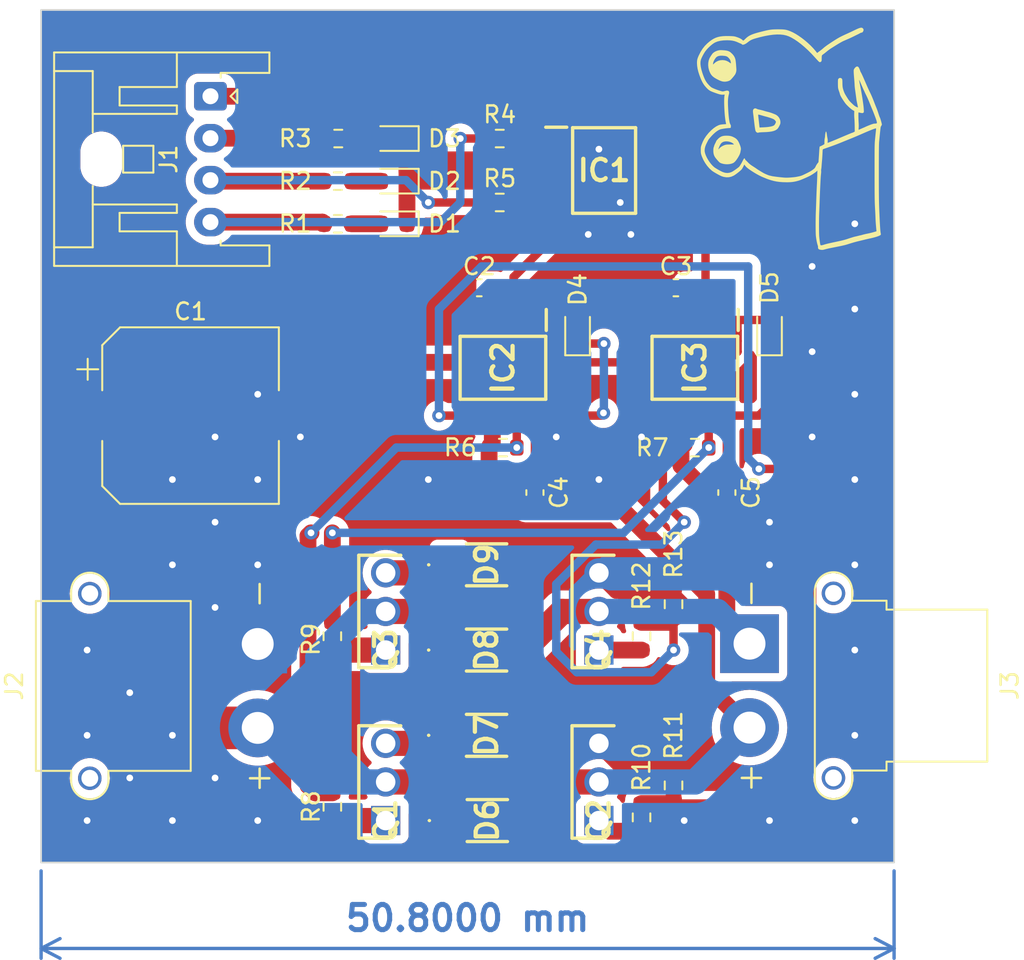
<source format=kicad_pcb>
(kicad_pcb (version 20240108) (generator "pcbnew") (generator_version "8.0")
  (layers (0 "F.Cu" signal) (31 "B.Cu" signal) (34 "B.Paste" user) (35 "F.Paste" user) (36 "B.SilkS" user "B.Silkscreen") (37 "F.SilkS" user "F.Silkscreen") (38 "B.Mask" user) (39 "F.Mask" user) (44 "Edge.Cuts" user))
  (net 0 "")
  (net 1 "GND")
  (net 2 "Net-(D6-A)")
  (net 3 "Net-(D1-A)")
  (net 4 "Net-(D4-K)")
  (net 5 "Net-(D5-K)")
  (net 6 "+12V")
  (net 7 "GND2")
  (net 8 "Net-(D2-A)")
  (net 9 "Net-(D8-A)")
  (net 10 "Net-(D3-A)")
  (net 11 "Net-(IC1-ANODE_1)")
  (net 12 "PWM1")
  (net 13 "Net-(IC1-ANODE_2)")
  (net 14 "Net-(IC3-HO)")
  (net 15 "Net-(IC3-LO)")
  (net 16 "PWM2")
  (net 17 "Net-(IC2-LO)")
  (net 18 "Net-(IC2-HO)")
  (net 19 "Net-(Q1-G)")
  (net 20 "Net-(Q2-G)")
  (net 21 "Net-(Q3-G)")
  (net 22 "Ps1")
  (net 23 "Ps2")
  (net 24 "SDs")
  (net 25 "Net-(Q4-G)")
  (footprint "AltairMD_V6:altair1" (layer "F.Cu") (at 151.13 71.755 90)
    (property "Reference" "G***" (hide yes))
    (property "Value" "LOGO" (hide yes))
  )
  (footprint "TLP2105_F_:SOIC127P600X290-8N" (layer "F.Cu") (at 133.985 87.32 -90)
    (property "Reference" "IC2" (at 0 0 90) (layer "F.SilkS") (effects (font (size 1.27 1.27) (thickness 0.254))))
    (property "Value" "IR2302STRPBF" (hide yes))
    (pad "1" smd rect (at -2.85 -1.905) (size 0.65 1.25) (layers "F.Cu" "F.Paste" "F.Mask") (net 6 "+12V"))
    (pad "2" smd rect (at -2.85 -0.635) (size 0.65 1.25) (layers "F.Cu" "F.Paste" "F.Mask") (net 12 "PWM1"))
    (pad "3" smd rect (at -2.85 0.635) (size 0.65 1.25) (layers "F.Cu" "F.Paste" "F.Mask") (net 6 "+12V"))
    (pad "4" smd rect (at -2.85 1.905) (size 0.65 1.25) (layers "F.Cu" "F.Paste" "F.Mask") (net 7 "GND2"))
    (pad "5" smd rect (at 2.85 1.905) (size 0.65 1.25) (layers "F.Cu" "F.Paste" "F.Mask") (net 17 "Net-(IC2-LO)"))
    (pad "6" smd rect (at 2.85 0.635) (size 0.65 1.25) (layers "F.Cu" "F.Paste" "F.Mask") (net 2 "Net-(D6-A)"))
    (pad "7" smd rect (at 2.85 -0.635) (size 0.65 1.25) (layers "F.Cu" "F.Paste" "F.Mask") (net 18 "Net-(IC2-HO)"))
    (pad "8" smd rect (at 2.85 -1.905) (size 0.65 1.25) (layers "F.Cu" "F.Paste" "F.Mask") (net 4 "Net-(D4-K)"))
  )
  (footprint "Diode_SMD:D_0603_1608Metric" (layer "F.Cu") (at 149.86 85.09 90)
    (property "Reference" "D5" (at 2.54 0 90) (layer "F.SilkS"))
    (property "Value" "D")
    (pad "1" smd roundrect (at -0.7875 0 90) (size 0.875 0.95) (layers "F.Cu" "F.Paste" "F.Mask") (net 5 "Net-(D5-K)"))
    (pad "2" smd roundrect (at 0.7875 0 90) (size 0.875 0.95) (layers "F.Cu" "F.Paste" "F.Mask") (net 6 "+12V"))
  )
  (footprint "LED_SMD:LED_0603_1608Metric" (layer "F.Cu") (at 127.4825 73.66 180)
    (property "Reference" "D3" (at -3.0225 0 0) (layer "F.SilkS"))
    (property "Value" "LED")
    (pad "1" smd roundrect (at -0.7875 0 180) (size 0.875 0.95) (layers "F.Cu" "F.Paste" "F.Mask") (net 1 "GND"))
    (pad "2" smd roundrect (at 0.7875 0 180) (size 0.875 0.95) (layers "F.Cu" "F.Paste" "F.Mask") (net 10 "Net-(D3-A)"))
  )
  (footprint "Connector_JST:JST_XA_S04B-XASK-1_1x04_P2.50mm_Horizontal" (layer "F.Cu") (at 116.565 71.14 -90)
    (property "Reference" "J1" (at 3.75 2.49 90) (layer "F.SilkS"))
    (property "Value" "Conn")
    (pad "" np_thru_hole oval (at 3.75 6.5 270) (size 2.8 2) (drill oval 2.8 2) (layers "*.Cu" "*.Mask"))
    (pad "1" thru_hole roundrect (at 0 0 270) (size 1.7 1.95) (drill 0.95) (layers "*.Cu" "*.Mask") (roundrect_rratio 0.147059) (net 1 "GND"))
    (pad "2" thru_hole oval (at 2.5 0 270) (size 1.7 1.95) (drill 0.95) (layers "*.Cu" "*.Mask") (net 24 "SDs"))
    (pad "3" thru_hole oval (at 5 0 270) (size 1.7 1.95) (drill 0.95) (layers "*.Cu" "*.Mask") (net 23 "Ps2"))
    (pad "4" thru_hole oval (at 7.5 0 270) (size 1.7 1.95) (drill 0.95) (layers "*.Cu" "*.Mask") (net 22 "Ps1"))
  )
  (footprint "Capacitor_SMD:C_0603_1608Metric" (layer "F.Cu") (at 144.285 82.55 180)
    (property "Reference" "C3" (at 0 1.27 0) (layer "F.SilkS"))
    (property "Value" "0.1u")
    (pad "1" smd roundrect (at -0.775 0 180) (size 0.9 0.95) (layers "F.Cu" "F.Paste" "F.Mask") (net 6 "+12V"))
    (pad "2" smd roundrect (at 0.775 0 180) (size 0.9 0.95) (layers "F.Cu" "F.Paste" "F.Mask") (net 7 "GND2"))
  )
  (footprint "Resistor_SMD:R_0603_1608Metric" (layer "F.Cu") (at 133.985 92.075)
    (property "Reference" "R6" (at -2.54 0 0) (layer "F.SilkS"))
    (property "Value" "1k")
    (pad "1" smd roundrect (at -0.825 0) (size 0.8 0.95) (layers "F.Cu" "F.Paste" "F.Mask") (net 2 "Net-(D6-A)"))
    (pad "2" smd roundrect (at 0.825 0) (size 0.8 0.95) (layers "F.Cu" "F.Paste" "F.Mask") (net 18 "Net-(IC2-HO)"))
  )
  (footprint "Resistor_SMD:R_0603_1608Metric" (layer "F.Cu") (at 124.155 78.74)
    (property "Reference" "R1" (at -2.54 0 0) (layer "F.SilkS"))
    (property "Value" "1k")
    (pad "1" smd roundrect (at -0.825 0) (size 0.8 0.95) (layers "F.Cu" "F.Paste" "F.Mask") (net 22 "Ps1"))
    (pad "2" smd roundrect (at 0.825 0) (size 0.8 0.95) (layers "F.Cu" "F.Paste" "F.Mask") (net 3 "Net-(D1-A)"))
  )
  (footprint "SamacSys_Parts:TO230P250X650X900-3P" (layer "F.Cu") (at 127 104.14 90)
    (property "Reference" "Q3" (at 0 0 90) (layer "F.SilkS") (effects (font (size 1.27 1.27) (thickness 0.254))))
    (property "Value" "2SK4017" (hide yes))
    (pad "1" thru_hole rect (at 0 0 90) (size 1.74 1.74) (drill 1.16) (layers "*.Cu" "*.Mask") (net 21 "Net-(Q3-G)"))
    (pad "2" thru_hole circle (at 2.3 0 90) (size 1.74 1.74) (drill 1.16) (layers "*.Cu" "*.Mask") (net 6 "+12V"))
    (pad "3" thru_hole circle (at 4.6 0 90) (size 1.74 1.74) (drill 1.16) (layers "*.Cu" "*.Mask") (net 9 "Net-(D8-A)"))
  )
  (footprint "Resistor_SMD:R_0603_1608Metric" (layer "F.Cu") (at 133.795 73.66)
    (property "Reference" "R4" (at 0 -1.43 0) (layer "F.SilkS"))
    (property "Value" "100")
    (pad "1" smd roundrect (at -0.825 0) (size 0.8 0.95) (layers "F.Cu" "F.Paste" "F.Mask") (net 22 "Ps1"))
    (pad "2" smd roundrect (at 0.825 0) (size 0.8 0.95) (layers "F.Cu" "F.Paste" "F.Mask") (net 11 "Net-(IC1-ANODE_1)"))
  )
  (footprint "TLP2105_F_:SOIC127P600X290-8N" (layer "F.Cu") (at 145.415 87.32 -90)
    (property "Reference" "IC3" (at 0 0 90) (layer "F.SilkS") (effects (font (size 1.27 1.27) (thickness 0.254))))
    (property "Value" "IR2302STRPBF" (hide yes))
    (pad "1" smd rect (at -2.85 -1.905) (size 0.65 1.25) (layers "F.Cu" "F.Paste" "F.Mask") (net 6 "+12V"))
    (pad "2" smd rect (at -2.85 -0.635) (size 0.65 1.25) (layers "F.Cu" "F.Paste" "F.Mask") (net 16 "PWM2"))
    (pad "3" smd rect (at -2.85 0.635) (size 0.65 1.25) (layers "F.Cu" "F.Paste" "F.Mask") (net 6 "+12V"))
    (pad "4" smd rect (at -2.85 1.905) (size 0.65 1.25) (layers "F.Cu" "F.Paste" "F.Mask") (net 7 "GND2"))
    (pad "5" smd rect (at 2.85 1.905) (size 0.65 1.25) (layers "F.Cu" "F.Paste" "F.Mask") (net 15 "Net-(IC3-LO)"))
    (pad "6" smd rect (at 2.85 0.635) (size 0.65 1.25) (layers "F.Cu" "F.Paste" "F.Mask") (net 9 "Net-(D8-A)"))
    (pad "7" smd rect (at 2.85 -0.635) (size 0.65 1.25) (layers "F.Cu" "F.Paste" "F.Mask") (net 14 "Net-(IC3-HO)"))
    (pad "8" smd rect (at 2.85 -1.905) (size 0.65 1.25) (layers "F.Cu" "F.Paste" "F.Mask") (net 5 "Net-(D5-K)"))
  )
  (footprint "Resistor_SMD:R_0603_1608Metric" (layer "F.Cu") (at 133.795 77.47)
    (property "Reference" "R5" (at 0 -1.43 0) (layer "F.SilkS"))
    (property "Value" "100")
    (pad "1" smd roundrect (at -0.825 0) (size 0.8 0.95) (layers "F.Cu" "F.Paste" "F.Mask") (net 23 "Ps2"))
    (pad "2" smd roundrect (at 0.825 0) (size 0.8 0.95) (layers "F.Cu" "F.Paste" "F.Mask") (net 13 "Net-(IC1-ANODE_2)"))
  )
  (footprint "SamacSys_Parts:TO230P250X650X900-3P" (layer "F.Cu") (at 139.7 104.14 90)
    (property "Reference" "Q4" (at 0 0 90) (layer "F.SilkS") (effects (font (size 1.27 1.27) (thickness 0.254))))
    (property "Value" "2SK4017" (hide yes))
    (pad "1" thru_hole rect (at 0 0 90) (size 1.74 1.74) (drill 1.16) (layers "*.Cu" "*.Mask") (net 25 "Net-(Q4-G)"))
    (pad "2" thru_hole circle (at 2.3 0 90) (size 1.74 1.74) (drill 1.16) (layers "*.Cu" "*.Mask") (net 9 "Net-(D8-A)"))
    (pad "3" thru_hole circle (at 4.6 0 90) (size 1.74 1.74) (drill 1.16) (layers "*.Cu" "*.Mask") (net 7 "GND2"))
  )
  (footprint "Capacitor_SMD:C_0603_1608Metric" (layer "F.Cu") (at 147.32 94.755 -90)
    (property "Reference" "C5" (at 0 -1.43 90) (layer "F.SilkS"))
    (property "Value" "10u")
    (pad "1" smd roundrect (at -0.775 0 270) (size 0.9 0.95) (layers "F.Cu" "F.Paste" "F.Mask") (net 5 "Net-(D5-K)"))
    (pad "2" smd roundrect (at 0.775 0 270) (size 0.9 0.95) (layers "F.Cu" "F.Paste" "F.Mask") (net 9 "Net-(D8-A)"))
  )
  (footprint "LED_SMD:LED_0603_1608Metric" (layer "F.Cu") (at 127.4825 76.2 180)
    (property "Reference" "D2" (at -3.0225 0 0) (layer "F.SilkS"))
    (property "Value" "LED")
    (pad "1" smd roundrect (at -0.7875 0 180) (size 0.875 0.95) (layers "F.Cu" "F.Paste" "F.Mask") (net 1 "GND"))
    (pad "2" smd roundrect (at 0.7875 0 180) (size 0.875 0.95) (layers "F.Cu" "F.Paste" "F.Mask") (net 8 "Net-(D2-A)"))
  )
  (footprint "KiCad:RF201LAM2STR" (layer "F.Cu") (at 133.012374 99.06 90)
    (property "Reference" "D9" (at 0 0 90) (layer "F.SilkS") (effects (font (size 1.27 1.27) (thickness 0.254))))
    (property "Value" "RF201LAM2STR" (hide yes))
    (pad "1" smd rect (at 0 -2.2 180) (size 1.4 2) (layers "F.Cu" "F.Paste" "F.Mask") (net 9 "Net-(D8-A)"))
    (pad "2" smd rect (at 0 2.2 180) (size 1.4 2) (layers "F.Cu" "F.Paste" "F.Mask") (net 7 "GND2"))
  )
  (footprint "Resistor_SMD:R_0603_1608Metric" (layer "F.Cu") (at 124.155 76.2)
    (property "Reference" "R2" (at -2.54 0 0) (layer "F.SilkS"))
    (property "Value" "1k")
    (pad "1" smd roundrect (at -0.825 0) (size 0.8 0.95) (layers "F.Cu" "F.Paste" "F.Mask") (net 23 "Ps2"))
    (pad "2" smd roundrect (at 0.825 0) (size 0.8 0.95) (layers "F.Cu" "F.Paste" "F.Mask") (net 8 "Net-(D2-A)"))
  )
  (footprint "Connector_AMASS:AMASS_XT30PW-F_1x02_P2.50mm_Horizontal" (layer "F.Cu") (at 148.67 103.76 -90)
    (property "Reference" "J3" (at 2.5 -15.5 90) (layer "F.SilkS"))
    (property "Value" "motor")
    (fp_text user "+" (at 8 0 90) (layer "F.SilkS") (effects (font (size 1.5 1.5))))
    (fp_text user "-" (at -3 0 90) (layer "F.SilkS") (effects (font (size 1.5 1.5))))
    (pad "" thru_hole circle (at -3 -5) (size 1.4 1.4) (drill 1) (layers "*.Cu" "*.Mask"))
    (pad "" thru_hole circle (at 8 -5 270) (size 1.4 1.4) (drill 1) (layers "*.Cu" "*.Mask"))
    (pad "1" thru_hole rect (at 0 0 270) (size 3.5 3.5) (drill 1.9) (layers "*.Cu" "*.Mask") (net 9 "Net-(D8-A)"))
    (pad "2" thru_hole circle (at 5 0 270) (size 3.5 3.5) (drill 1.9) (layers "*.Cu" "*.Mask") (net 2 "Net-(D6-A)"))
  )
  (footprint "Resistor_SMD:R_0603_1608Metric" (layer "F.Cu") (at 144.145 112.205 -90)
    (property "Reference" "R11" (at -2.985 0 90) (layer "F.SilkS"))
    (property "Value" "1k")
    (pad "1" smd roundrect (at -0.825 0 270) (size 0.8 0.95) (layers "F.Cu" "F.Paste" "F.Mask") (net 7 "GND2"))
    (pad "2" smd roundrect (at 0.825 0 270) (size 0.8 0.95) (layers "F.Cu" "F.Paste" "F.Mask") (net 17 "Net-(IC2-LO)"))
  )
  (footprint "KiCad:RF201LAM2STR" (layer "F.Cu") (at 133.01 109.22 90)
    (property "Reference" "D7" (at 0 0 90) (layer "F.SilkS") (effects (font (size 1.27 1.27) (thickness 0.254))))
    (property "Value" "RF201LAM2STR" (hide yes))
    (pad "1" smd rect (at 0 -2.2 180) (size 1.4 2) (layers "F.Cu" "F.Paste" "F.Mask") (net 2 "Net-(D6-A)"))
    (pad "2" smd rect (at 0 2.2 180) (size 1.4 2) (layers "F.Cu" "F.Paste" "F.Mask") (net 7 "GND2"))
  )
  (footprint "Resistor_SMD:R_0603_1608Metric" (layer "F.Cu") (at 124.177618 73.66)
    (property "Reference" "R3" (at -2.562618 0 0) (layer "F.SilkS"))
    (property "Value" "1k")
    (pad "1" smd roundrect (at -0.825 0) (size 0.8 0.95) (layers "F.Cu" "F.Paste" "F.Mask") (net 24 "SDs"))
    (pad "2" smd roundrect (at 0.825 0) (size 0.8 0.95) (layers "F.Cu" "F.Paste" "F.Mask") (net 10 "Net-(D3-A)"))
  )
  (footprint "Resistor_SMD:R_0603_1608Metric" (layer "F.Cu") (at 145.415 92.075)
    (property "Reference" "R7" (at -2.54 0 0) (layer "F.SilkS"))
    (property "Value" "1k")
    (pad "1" smd roundrect (at -0.825 0) (size 0.8 0.95) (layers "F.Cu" "F.Paste" "F.Mask") (net 9 "Net-(D8-A)"))
    (pad "2" smd roundrect (at 0.825 0) (size 0.8 0.95) (layers "F.Cu" "F.Paste" "F.Mask") (net 14 "Net-(IC3-HO)"))
  )
  (footprint "Resistor_SMD:R_0603_1608Metric" (layer "F.Cu") (at 142.24 114.11 -90)
    (property "Reference" "R10" (at -2.985 0 90) (layer "F.SilkS"))
    (property "Value" "10")
    (pad "1" smd roundrect (at -0.825 0 270) (size 0.8 0.95) (layers "F.Cu" "F.Paste" "F.Mask") (net 17 "Net-(IC2-LO)"))
    (pad "2" smd roundrect (at 0.825 0 270) (size 0.8 0.95) (layers "F.Cu" "F.Paste" "F.Mask") (net 20 "Net-(Q2-G)"))
  )
  (footprint "Capacitor_SMD:C_0603_1608Metric" (layer "F.Cu") (at 132.575 82.55 180)
    (property "Reference" "C2" (at 0 1.27 0) (layer "F.SilkS"))
    (property "Value" "0.1u")
    (pad "1" smd roundrect (at -0.775 0 180) (size 0.9 0.95) (layers "F.Cu" "F.Paste" "F.Mask") (net 6 "+12V"))
    (pad "2" smd roundrect (at 0.775 0 180) (size 0.9 0.95) (layers "F.Cu" "F.Paste" "F.Mask") (net 7 "GND2"))
  )
  (footprint "Capacitor_SMD:C_0603_1608Metric" (layer "F.Cu") (at 135.89 94.755 -90)
    (property "Reference" "C4" (at 0 -1.43 90) (layer "F.SilkS"))
    (property "Value" "10u")
    (pad "1" smd roundrect (at -0.775 0 270) (size 0.9 0.95) (layers "F.Cu" "F.Paste" "F.Mask") (net 4 "Net-(D4-K)"))
    (pad "2" smd roundrect (at 0.775 0 270) (size 0.9 0.95) (layers "F.Cu" "F.Paste" "F.Mask") (net 2 "Net-(D6-A)"))
  )
  (footprint "TLP2105_F_:SOIC127P600X290-8N" (layer "F.Cu") (at 140.01 75.565)
    (property "Reference" "IC1" (at 0 0 0) (layer "F.SilkS") (effects (font (size 1.27 1.27) (thickness 0.254))))
    (property "Value" "TLP2105_F_" (hide yes))
    (pad "1" smd rect (at -2.85 -1.905 90) (size 0.65 1.25) (layers "F.Cu" "F.Paste" "F.Mask") (net 11 "Net-(IC1-ANODE_1)"))
    (pad "2" smd rect (at -2.85 -0.635 90) (size 0.65 1.25) (layers "F.Cu" "F.Paste" "F.Mask") (net 1 "GND"))
    (pad "3" smd rect (at -2.85 0.635 90) (size 0.65 1.25) (layers "F.Cu" "F.Paste" "F.Mask") (net 1 "GND"))
    (pad "4" smd rect (at -2.85 1.905 90) (size 0.65 1.25) (layers "F.Cu" "F.Paste" "F.Mask") (net 13 "Net-(IC1-ANODE_2)"))
    (pad "5" smd rect (at 2.85 1.905 90) (size 0.65 1.25) (layers "F.Cu" "F.Paste" "F.Mask") (net 7 "GND2"))
    (pad "6" smd rect (at 2.85 0.635 90) (size 0.65 1.25) (layers "F.Cu" "F.Paste" "F.Mask") (net 16 "PWM2"))
    (pad "7" smd rect (at 2.85 -0.635 90) (size 0.65 1.25) (layers "F.Cu" "F.Paste" "F.Mask") (net 12 "PWM1"))
    (pad "8" smd rect (at 2.85 -1.905 90) (size 0.65 1.25) (layers "F.Cu" "F.Paste" "F.Mask") (net 6 "+12V"))
  )
  (footprint "Capacitor_SMD:CP_Elec_10x10" (layer "F.Cu") (at 115.38 90.17)
    (property "Reference" "C1" (at 0 -6.2 0) (layer "F.SilkS"))
    (property "Value" "330uF")
    (pad "1" smd roundrect (at -4 0) (size 4 2.5) (layers "F.Cu" "F.Paste" "F.Mask") (roundrect_rratio 0.1) (net 6 "+12V"))
    (pad "2" smd roundrect (at 4 0) (size 4 2.5) (layers "F.Cu" "F.Paste" "F.Mask") (roundrect_rratio 0.1) (net 7 "GND2"))
  )
  (footprint "KiCad:RF201LAM2STR" (layer "F.Cu") (at 133.055 114.3 90)
    (property "Reference" "D6" (at 0 0 90) (layer "F.SilkS") (effects (font (size 1.27 1.27) (thickness 0.254))))
    (property "Value" "RF201LAM2STR" (hide yes))
    (pad "1" smd rect (at 0 -2.2 180) (size 1.4 2) (layers "F.Cu" "F.Paste" "F.Mask") (net 6 "+12V"))
    (pad "2" smd rect (at 0 2.2 180) (size 1.4 2) (layers "F.Cu" "F.Paste" "F.Mask") (net 2 "Net-(D6-A)"))
  )
  (footprint "LED_SMD:LED_0603_1608Metric" (layer "F.Cu") (at 127.4825 78.74 180)
    (property "Reference" "D1" (at -3.0225 0 0) (layer "F.SilkS"))
    (property "Value" "LED")
    (pad "1" smd roundrect (at -0.7875 0 180) (size 0.875 0.95) (layers "F.Cu" "F.Paste" "F.Mask") (net 1 "GND"))
    (pad "2" smd roundrect (at 0.7875 0 180) (size 0.875 0.95) (layers "F.Cu" "F.Paste" "F.Mask") (net 3 "Net-(D1-A)"))
  )
  (footprint "SamacSys_Parts:TO230P250X650X900-3P" (layer "F.Cu") (at 139.7 114.3 90)
    (property "Reference" "Q2" (at 0 0 90) (layer "F.SilkS") (effects (font (size 1.27 1.27) (thickness 0.254))))
    (property "Value" "2SK4017" (hide yes))
    (pad "1" thru_hole rect (at 0 0 90) (size 1.74 1.74) (drill 1.16) (layers "*.Cu" "*.Mask") (net 20 "Net-(Q2-G)"))
    (pad "2" thru_hole circle (at 2.3 0 90) (size 1.74 1.74) (drill 1.16) (layers "*.Cu" "*.Mask") (net 2 "Net-(D6-A)"))
    (pad "3" thru_hole circle (at 4.6 0 90) (size 1.74 1.74) (drill 1.16) (layers "*.Cu" "*.Mask") (net 7 "GND2"))
  )
  (footprint "SamacSys_Parts:TO230P250X650X900-3P" (layer "F.Cu") (at 127 114.3 90)
    (property "Reference" "Q1" (at 0 0 90) (layer "F.SilkS") (effects (font (size 1.27 1.27) (thickness 0.254))))
    (property "Value" "2SK4017" (hide yes))
    (pad "1" thru_hole rect (at 0 0 90) (size 1.74 1.74) (drill 1.16) (layers "*.Cu" "*.Mask") (net 19 "Net-(Q1-G)"))
    (pad "2" thru_hole circle (at 2.3 0 90) (size 1.74 1.74) (drill 1.16) (layers "*.Cu" "*.Mask") (net 6 "+12V"))
    (pad "3" thru_hole circle (at 4.6 0 90) (size 1.74 1.74) (drill 1.16) (layers "*.Cu" "*.Mask") (net 2 "Net-(D6-A)"))
  )
  (footprint "Resistor_SMD:R_0603_1608Metric" (layer "F.Cu") (at 123.825 113.475 -90)
    (property "Reference" "R8" (at 0 1.27 90) (layer "F.SilkS"))
    (property "Value" "10")
    (pad "1" smd roundrect (at -0.825 0 270) (size 0.8 0.95) (layers "F.Cu" "F.Paste" "F.Mask") (net 18 "Net-(IC2-HO)"))
    (pad "2" smd roundrect (at 0.825 0 270) (size 0.8 0.95) (layers "F.Cu" "F.Paste" "F.Mask") (net 19 "Net-(Q1-G)"))
  )
  (footprint "Connector_AMASS:AMASS_XT30PW-M_1x02_P2.50mm_Horizontal" (layer "F.Cu") (at 119.38 103.778988 90)
    (property "Reference" "J2" (at -2.5 -14.5 90) (layer "F.SilkS"))
    (property "Value" "power")
    (fp_text user "+" (at -8 0 90) (layer "F.SilkS") (effects (font (size 1.5 1.5))))
    (fp_text user "-" (at 3 0 90) (layer "F.SilkS") (effects (font (size 1.5 1.5))))
    (pad "" thru_hole circle (at -8 -10 90) (size 1.4 1.4) (drill 1) (layers "*.Cu" "*.Mask"))
    (pad "" thru_hole circle (at 3 -10 90) (size 1.4 1.4) (drill 1) (layers "*.Cu" "*.Mask"))
    (pad "1" thru_hole rect (at 0 0 90) (size 3.5 3.5) (drill 1.9) (layers "*.Cu" "*.Mask") (net 7 "GND2"))
    (pad "2" thru_hole circle (at -5 0 90) (size 3.5 3.5) (drill 1.9) (layers "*.Cu" "*.Mask") (net 6 "+12V"))
  )
  (footprint "Resistor_SMD:R_0603_1608Metric" (layer "F.Cu") (at 123.825 103.315 -90)
    (property "Reference" "R9" (at 0.19 1.27 90) (layer "F.SilkS"))
    (property "Value" "10")
    (pad "1" smd roundrect (at -0.825 0 270) (size 0.8 0.95) (layers "F.Cu" "F.Paste" "F.Mask") (net 14 "Net-(IC3-HO)"))
    (pad "2" smd roundrect (at 0.825 0 270) (size 0.8 0.95) (layers "F.Cu" "F.Paste" "F.Mask") (net 21 "Net-(Q3-G)"))
  )
  (footprint "Resistor_SMD:R_0603_1608Metric" (layer "F.Cu") (at 144.145 101.41 -90)
    (property "Reference" "R13" (at -2.985 0 90) (layer "F.SilkS"))
    (property "Value" "1k")
    (pad "1" smd roundrect (at -0.825 0 270) (size 0.8 0.95) (layers "F.Cu" "F.Paste" "F.Mask") (net 7 "GND2"))
    (pad "2" smd roundrect (at 0.825 0 270) (size 0.8 0.95) (layers "F.Cu" "F.Paste" "F.Mask") (net 15 "Net-(IC3-LO)"))
  )
  (footprint "Resistor_SMD:R_0603_1608Metric" (layer "F.Cu") (at 142.24 103.315 -90)
    (property "Reference" "R12" (at -2.985 0 90) (layer "F.SilkS"))
    (property "Value" "10")
    (pad "1" smd roundrect (at -0.825 0 270) (size 0.8 0.95) (layers "F.Cu" "F.Paste" "F.Mask") (net 15 "Net-(IC3-LO)"))
    (pad "2" smd roundrect (at 0.825 0 270) (size 0.8 0.95) (layers "F.Cu" "F.Paste" "F.Mask") (net 25 "Net-(Q4-G)"))
  )
  (footprint "KiCad:RF201LAM2STR" (layer "F.Cu") (at 133.01 104.14 90)
    (property "Reference" "D8" (at 0 0 90) (layer "F.SilkS") (effects (font (size 1.27 1.27) (thickness 0.254))))
    (property "Value" "RF201LAM2STR" (hide yes))
    (pad "1" smd rect (at 0 -2.2 180) (size 1.4 2) (layers "F.Cu" "F.Paste" "F.Mask") (net 6 "+12V"))
    (pad "2" smd rect (at 0 2.2 180) (size 1.4 2) (layers "F.Cu" "F.Paste" "F.Mask") (net 9 "Net-(D8-A)"))
  )
  (footprint "Diode_SMD:D_0603_1608Metric" (layer "F.Cu") (at 138.43 85.09 90)
    (property "Reference" "D4" (at 2.433062 0.013488 90) (layer "F.SilkS"))
    (property "Value" "D")
    (pad "1" smd roundrect (at -0.7875 0 90) (size 0.875 0.95) (layers "F.Cu" "F.Paste" "F.Mask") (net 4 "Net-(D4-K)"))
    (pad "2" smd roundrect (at 0.7875 0 90) (size 0.875 0.95) (layers "F.Cu" "F.Paste" "F.Mask") (net 6 "+12V"))
  )
  (gr_rect (start 106.48 66) (end 157.28 116.8) (stroke (width 0.1)) (fill none) (layer "Edge.Cuts"))
  (dimension (type aligned) (layer "B.Cu") (pts (xy 106.48 116.8) (xy 157.28 116.8)) (height 5.12) (gr_text "50.8000 mm" (at 131.88 120.12 0) (layer "B.Cu") (effects (font (size 1.5 1.5) (thickness 0.3)))) (format (prefix "") (suffix "") (units 3) (units_format 1) (precision 4)) (style (thickness 0.2) (arrow_length 1.27) (text_position_mode 0) (extension_height 0.58642) (extension_offset 0.5) keep_text_aligned))
  (segment (start 128.27 76.2) (end 137.16 76.2) (width 1) (layer "F.Cu") (net 1))
  (segment (start 128.27 75.565) (end 137.16 75.565) (width 1) (layer "F.Cu") (net 1))
  (segment (start 116.565 71.14) (end 126.224999 71.14) (width 1) (layer "F.Cu") (net 1))
  (segment (start 128.27 75.565) (end 128.27 74.93) (width 1) (layer "F.Cu") (net 1))
  (segment (start 128.27 74.93) (end 128.27 73.66) (width 1) (layer "F.Cu") (net 1))
  (segment (start 126.224999 71.14) (end 128.27 73.185001) (width 1) (layer "F.Cu") (net 1))
  (segment (start 128.27 78.74) (end 128.27 75.565) (width 1) (layer "F.Cu") (net 1))
  (segment (start 137.16 74.93) (end 128.27 74.93) (width 1) (layer "F.Cu") (net 1))
  (segment (start 137.16 76.2) (end 137.16 75.565) (width 1) (layer "F.Cu") (net 1))
  (segment (start 128.27 73.185001) (end 128.27 73.66) (width 1) (layer "F.Cu") (net 1))
  (segment (start 137.16 75.565) (end 137.16 74.93) (width 1) (layer "F.Cu") (net 1))
  (segment (start 146.12 106.21) (end 148.67 108.76) (width 1) (layer "F.Cu") (net 2))
  (segment (start 135.255 114.3) (end 137.555 112) (width 1.5) (layer "F.Cu") (net 2))
  (segment (start 133.16 92.075) (end 133.16 93.275) (width 1) (layer "F.Cu") (net 2))
  (segment (start 130.81 109.855) (end 135.255 114.3) (width 1.5) (layer "F.Cu") (net 2))
  (segment (start 133.16 93.275) (end 135.415 95.53) (width 1) (layer "F.Cu") (net 2))
  (segment (start 130.81 109.22) (end 130.81 109.855) (width 1.5) (layer "F.Cu") (net 2))
  (segment (start 130.33 109.7) (end 130.81 109.22) (width 1.5) (layer "F.Cu") (net 2))
  (segment (start 135.415 95.53) (end 135.89 95.53) (width 1) (layer "F.Cu") (net 2))
  (segment (start 127 109.7) (end 130.33 109.7) (width 1.5) (layer "F.Cu") (net 2))
  (segment (start 137.555 112) (end 139.7 112) (width 1.5) (layer "F.Cu") (net 2))
  (segment (start 146.12 100.806666) (end 146.12 106.21) (width 1) (layer "F.Cu") (net 2))
  (segment (start 135.89 95.53) (end 140.843334 95.53) (width 1) (layer "F.Cu") (net 2))
  (segment (start 133.35 90.17) (end 133.35 91.885) (width 1) (layer "F.Cu") (net 2))
  (segment (start 133.35 91.885) (end 133.16 92.075) (width 1) (layer "F.Cu") (net 2))
  (segment (start 140.843334 95.53) (end 146.12 100.806666) (width 1) (layer "F.Cu") (net 2))
  (segment (start 139.7 112) (end 145.43 112) (width 1.5) (layer "B.Cu") (net 2))
  (segment (start 145.43 112) (end 148.67 108.76) (width 1.5) (layer "B.Cu") (net 2))
  (segment (start 124.98 78.74) (end 126.695 78.74) (width 1) (layer "F.Cu") (net 3))
  (segment (start 139.99593 85.8775) (end 139.997295 85.878865) (width 0.5) (layer "F.Cu") (net 4))
  (segment (start 135.89 90.17) (end 139.810433 90.17) (width 0.5) (layer "F.Cu") (net 4))
  (segment (start 138.43 85.8775) (end 139.99593 85.8775) (width 0.5) (layer "F.Cu") (net 4))
  (segment (start 139.810433 90.17) (end 139.970818 90.009615) (width 0.5) (layer "F.Cu") (net 4))
  (segment (start 135.89 93.98) (end 135.89 90.17) (width 0.5) (layer "F.Cu") (net 4))
  (via (at 139.997295 85.878865) (size 0.8) (drill 0.4) (layers "F.Cu" "B.Cu") (net 4))
  (via (at 139.970818 90.009615) (size 0.8) (drill 0.4) (layers "F.Cu" "B.Cu") (net 4))
  (segment (start 139.997295 89.983138) (end 139.970818 90.009615) (width 0.5) (layer "B.Cu") (net 4))
  (segment (start 139.997295 85.878865) (end 139.997295 89.983138) (width 0.5) (layer "B.Cu") (net 4))
  (segment (start 149.86 85.8775) (end 149.86 89.535) (width 0.5) (layer "F.Cu") (net 5))
  (segment (start 149.225 90.17) (end 147.32 90.17) (width 0.5) (layer "F.Cu") (net 5))
  (segment (start 147.32 90.17) (end 147.32 93.98) (width 0.5) (layer "F.Cu") (net 5))
  (segment (start 149.86 89.535) (end 149.225 90.17) (width 0.5) (layer "F.Cu") (net 5))
  (segment (start 145.06 84.19) (end 144.78 84.47) (width 0.5) (layer "F.Cu") (net 6))
  (segment (start 147.32 85.725) (end 147.32 85.09) (width 0.5) (layer "F.Cu") (net 6))
  (segment (start 146.685 86.995) (end 147.32 86.995) (width 0.5) (layer "F.Cu") (net 6))
  (segment (start 114.555 86.995) (end 133.985 86.995) (width 1) (layer "F.Cu") (net 6))
  (segment (start 127 101.84) (end 128.51 101.84) (width 1.5) (layer "F.Cu") (net 6))
  (segment (start 147.32 85.09) (end 147.955 85.725) (width 0.5) (layer "F.Cu") (net 6))
  (segment (start 133.35 84.47) (end 133.35 86.36) (width 0.5) (layer "F.Cu") (net 6))
  (segment (start 133.35 86.36) (end 133.985 86.995) (width 0.5) (layer "F.Cu") (net 6))
  (segment (start 111.38 90.17) (end 114.555 86.995) (width 1) (layer "F.Cu") (net 6))
  (segment (start 147.32 86.995) (end 147.32 86.36) (width 0.5) (layer "F.Cu") (net 6))
  (segment (start 138.2625 84.47) (end 138.43 84.3025) (width 0.5) (layer "F.Cu") (net 6))
  (segment (start 149.86 79.535) (end 149.86 84.3025) (width 0.5) (layer "F.Cu") (net 6))
  (segment (start 133.985 86.995) (end 135.89 86.995) (width 0.5) (layer "F.Cu") (net 6))
  (segment (start 147.32 86.36) (end 147.32 85.725) (width 0.5) (layer "F.Cu") (net 6))
  (segment (start 119.38 108.778988) (end 116.905127 108.778988) (width 2.54) (layer "F.Cu") (net 6))
  (segment (start 145.06 82.55) (end 145.06 84.19) (width 0.5) (layer "F.Cu") (net 6))
  (segment (start 128.51 112) (end 130.81 114.3) (width 1.5) (layer "F.Cu") (net 6))
  (segment (start 142.86 73.66) (end 143.985 73.66) (width 0.5) (layer "F.Cu") (net 6))
  (segment (start 111.76 90.55) (end 111.38 90.17) (width 2.54) (layer "F.Cu") (net 6))
  (segment (start 147.32 85.09) (end 147.32 84.47) (width 0.5) (layer "F.Cu") (net 6))
  (segment (start 147.955 85.105) (end 147.32 84.47) (width 0.5) (layer "F.Cu") (net 6))
  (segment (start 133.35 82.55) (end 133.35 84.47) (width 0.5) (layer "F.Cu") (net 6))
  (segment (start 135.89 84.47) (end 138.2625 84.47) (width 0.5) (layer "F.Cu") (net 6))
  (segment (start 149.6925 84.47) (end 149.86 84.3025) (width 0.5) (layer "F.Cu") (net 6))
  (segment (start 147.955 86.36) (end 147.955 85.725) (width 0.5) (layer "F.Cu") (net 6))
  (segment (start 147.955 86.36) (end 147.955 85.105) (width 0.5) (layer "F.Cu") (net 6))
  (segment (start 135.89 86.995) (end 144.78 86.995) (width 0.5) (layer "F.Cu") (net 6))
  (segment (start 128.51 101.84) (end 130.81 104.14) (width 1.5) (layer "F.Cu") (net 6))
  (segment (start 144.78 86.995) (end 146.685 86.995) (width 0.5) (layer "F.Cu") (net 6))
  (segment (start 147.32 84.47) (end 147.955 84.47) (width 0.5) (layer "F.Cu") (net 6))
  (segment (start 147.955 85.725) (end 147.955 84.47) (width 0.5) (layer "F.Cu") (net 6))
  (segment (start 147.32 85.725) (end 147.955 86.36) (width 0.5) (layer "F.Cu") (net 6))
  (segment (start 147.955 84.47) (end 149.6925 84.47) (width 0.5) (layer "F.Cu") (net 6))
  (segment (start 144.78 84.47) (end 144.78 86.995) (width 0.5) (layer "F.Cu") (net 6))
  (segment (start 111.76 103.633861) (end 111.76 90.55) (width 2.54) (layer "F.Cu") (net 6))
  (segment (start 147.32 86.995) (end 147.955 86.36) (width 0.5) (layer "F.Cu") (net 6))
  (segment (start 146.685 86.995) (end 147.32 86.36) (width 0.5) (layer "F.Cu") (net 6))
  (segment (start 116.905127 108.778988) (end 111.76 103.633861) (width 2.54) (layer "F.Cu") (net 6))
  (segment (start 147.955 86.36) (end 147.32 86.36) (width 0.5) (layer "F.Cu") (net 6))
  (segment (start 135.89 84.47) (end 135.89 86.995) (width 0.5) (layer "F.Cu") (net 6))
  (segment (start 127 112) (end 128.51 112) (width 1.5) (layer "F.Cu") (net 6))
  (segment (start 143.985 73.66) (end 149.86 79.535) (width 0.5) (layer "F.Cu") (net 6))
  (segment (start 121.064494 110.463482) (end 121.505506 110.904494) (width 1.5) (layer "B.Cu") (net 6))
  (segment (start 122.08 111.478988) (end 122.601012 112) (width 1.5) (layer "B.Cu") (net 6))
  (segment (start 125.73 112) (end 127 112) (width 1.5) (layer "B.Cu") (net 6))
  (segment (start 123.19 112) (end 124.46 112) (width 1.5) (layer "B.Cu") (net 6))
  (segment (start 119.38 108.778988) (end 121.505506 110.904494) (width 1.5) (layer "B.Cu") (net 6))
  (segment (start 125.66 101.84) (end 122.9575 104.5425) (width 1.5) (layer "B.Cu") (net 6))
  (segment (start 122.9575 104.5425) (end 122.9575 111.7675) (width 1.5) (layer "B.Cu") (net 6))
  (segment (start 127 101.84) (end 125.66 101.84) (width 1.5) (layer "B.Cu") (net 6))
  (segment (start 122.08 106.078988) (end 122.08 111.478988) (width 1.5) (layer "B.Cu") (net 6))
  (segment (start 124.2275 103.931488) (end 124.2275 110.49) (width 1.5) (layer "B.Cu") (net 6))
  (segment (start 121.505506 110.904494) (end 122.601012 112) (width 1.5) (layer "B.Cu") (net 6))
  (segment (start 124.2275 103.931488) (end 122.08 106.078988) (width 1.5) (layer "B.Cu") (net 6))
  (segment (start 124.2275 111.7675) (end 124.46 112) (width 1.5) (layer "B.Cu") (net 6))
  (segment (start 125.73 112) (end 125.73 111.9925) (width 1.5) (layer "B.Cu") (net 6))
  (segment (start 122.601012 112) (end 123.19 112) (width 1.5) (layer "B.Cu") (net 6))
  (segment (start 125.73 111.9925) (end 124.2275 110.49) (width 1.5) (layer "B.Cu") (net 6))
  (segment (start 121.064494 107.094494) (end 121.064494 110.463482) (width 1.5) (layer "B.Cu") (net 6))
  (segment (start 124.46 112) (end 125.73 112) (width 1.5) (layer "B.Cu") (net 6))
  (segment (start 121.064494 107.094494) (end 119.38 108.778988) (width 1.5) (layer "B.Cu") (net 6))
  (segment (start 124.2275 110.49) (end 124.2275 111.7675) (width 1.5) (layer "B.Cu") (net 6))
  (segment (start 122.9575 111.7675) (end 123.19 112) (width 1.5) (layer "B.Cu") (net 6))
  (segment (start 122.08 106.078988) (end 121.064494 107.094494) (width 1.5) (layer "B.Cu") (net 6))
  (segment (start 143.51 82.55) (end 143.51 84.47) (width 0.5) (layer "F.Cu") (net 7))
  (segment (start 129.54 93.98) (end 129.54 93.387626) (width 2.54) (layer "F.Cu") (net 7))
  (segment (start 121.92 91.44) (end 120.65 90.17) (width 2.54) (layer "F.Cu") (net 7))
  (segment (start 129.54 93.387626) (end 126.957374 90.805) (width 2.54) (layer "F.Cu") (net 7))
  (segment (start 141.38 111.38) (end 139.7 109.7) (width 1) (layer "F.Cu") (net 7))
  (segment (start 119.38 103.778988) (end 119.38 99.06) (width 2.54) (layer "F.Cu") (net 7))
  (segment (start 140.745 100.585) (end 139.7 99.54) (width 1) (layer "F.Cu") (net 7))
  (segment (start 142.86 83.82) (end 143.51 84.47) (width 1) (layer "F.Cu") (net 7))
  (segment (start 119.38 99.06) (end 119.38 93.98) (width 2.54) (layer "F.Cu") (net 7))
  (segment (start 144.145 111.38) (end 141.38 111.38) (width 1) (layer "F.Cu") (net 7))
  (segment (start 131.8 82.55) (end 131.8 84.19) (width 0.5) (layer "F.Cu") (net 7))
  (segment (start 135.692374 99.54) (end 135.212374 99.06) (width 1.5) (layer "F.Cu") (net 7))
  (segment (start 144.145 100.585) (end 140.745 100.585) (width 1) (layer "F.Cu") (net 7))
  (segment (start 126.957374 90.805) (end 122.555 90.805) (width 2.54) (layer "F.Cu") (net 7))
  (segment (start 130.132374 93.98) (end 129.54 93.98) (width 2.54) (layer "F.Cu") (net 7))
  (segment (start 135.21 109.22) (end 139.22 109.22) (width 1.5) (layer "F.Cu") (net 7))
  (segment (start 131.8 84.19) (end 132.08 84.47) (width 0.5) (layer "F.Cu") (net 7))
  (segment (start 142.86 77.47) (end 142.86 83.82) (width 1) (layer "F.Cu") (net 7))
  (segment (start 139.7 99.54) (end 135.692374 99.54) (width 1.5) (layer "F.Cu") (net 7))
  (segment (start 139.22 109.22) (end 139.7 109.7) (width 1.5) (layer "F.Cu") (net 7))
  (segment (start 135.212374 99.06) (end 130.132374 93.98) (width 2.54) (layer "F.Cu") (net 7))
  (segment (start 119.38 93.98) (end 119.38 90.17) (width 2.54) (layer "F.Cu") (net 7))
  (segment (start 122.555 90.805) (end 121.92 91.44) (width 2.54) (layer "F.Cu") (net 7))
  (via (at 119.38 99.06) (size 0.8) (drill 0.4) (layers "F.Cu" "B.Cu") (net 7))
  (via (at 119.38 114.3) (size 0.8) (drill 0.4) (layers "F.Cu" "B.Cu") (net 7))
  (via (at 121.92 91.44) (size 0.8) (drill 0.4) (layers "F.Cu" "B.Cu") (net 7))
  (via (at 154.94 109.22) (size 0.8) (drill 0.4) (layers "F.Cu" "B.Cu") (net 7))
  (via (at 129.54 93.98) (size 0.8) (drill 0.4) (layers "F.Cu" "B.Cu") (net 7))
  (via (at 111.76 106.68) (size 0.8) (drill 0.4) (layers "F.Cu" "B.Cu") (net 7))
  (via (at 149.86 114.3) (size 0.8) (drill 0.4) (layers "F.Cu" "B.Cu") (net 7))
  (via (at 154.94 83.82) (size 0.8) (drill 0.4) (layers "F.Cu" "B.Cu") (net 7))
  (via (at 119.38 93.98) (size 0.8) (drill 0.4) (layers "F.Cu" "B.Cu") (net 7))
  (via (at 154.94 104.14) (size 0.8) (drill 0.4) (layers "F.Cu" "B.Cu") (net 7))
  (via (at 154.94 78.74) (size 0.8) (drill 0.4) (layers "F.Cu" "B.Cu") (net 7))
  (via (at 114.3 99.06) (size 0.8) (drill 0.4) (layers "F.Cu" "B.Cu") (net 7))
  (via (at 111.76 111.76) (size 0.8) (drill 0.4) (layers "F.Cu" "B.Cu") (net 7))
  (via (at 114.3 109.22) (size 0.8) (drill 0.4) (layers "F.Cu" "B.Cu") (net 7))
  (via (at 144.78 114.3) (size 0.8) (drill 0.4) (layers "F.Cu" "B.Cu") (net 7))
  (via (at 139.7 93.98) (size 0.8) (drill 0.4) (layers "F.Cu" "B.Cu") (net 7))
  (via (at 114.3 93.98) (size 0.8) (drill 0.4) (layers "F.Cu" "B.Cu") (net 7))
  (via (at 116.84 101.6) (size 0.8) (drill 0.4) (layers "F.Cu" "B.Cu") (net 7))
  (via (at 154.94 93.98) (size 0.8) (drill 0.4) (layers "F.Cu" "B.Cu") (net 7))
  (via (at 141.605 79.375) (size 0.8) (drill 0.4) (layers "F.Cu" "B.Cu") (net 7))
  (via (at 154.94 99.06) (size 0.8) (drill 0.4) (layers "F.Cu" "B.Cu") (net 7))
  (via (at 139.7 74.295) (size 0.8) (drill 0.4) (layers "F.Cu" "B.Cu") (net 7))
  (via (at 140.97 77.47) (size 0.8) (drill 0.4) (layers "F.Cu" "B.Cu") (net 7))
  (via (at 109.22 109.22) (size 0.8) (drill 0.4) (layers "F.Cu" "B.Cu") (net 7))
  (via (at 119.38 88.9) (size 0.8) (drill 0.4) (layers "F.Cu" "B.Cu") (net 7))
  (via (at 139.065 79.375) (size 0.8) (drill 0.4) (layers "F.Cu" "B.Cu") (net 7))
  (via (at 154.94 114.3) (size 0.8) (drill 0.4) (layers "F.Cu" "B.Cu") (net 7))
  (via (at 116.84 96.52) (size 0.8) (drill 0.4) (layers "F.Cu" "B.Cu") (net 7))
  (via (at 152.4 86.36) (size 0.8) (drill 0.4) (layers "F.Cu" "B.Cu") (net 7))
  (via (at 109.22 104.14) (size 0.8) (drill 0.4) (layers "F.Cu" "B.Cu") (net 7))
  (via (at 142.24 91.44) (size 0.8) (drill 0.4) (layers "F.Cu" "B.Cu") (net 7))
  (via (at 152.4 81.28) (size 0.8) (drill 0.4) (layers "F.Cu" "B.Cu") (net 7))
  (via (at 109.22 114.3) (size 0.8) (drill 0.4) (layers "F.Cu" "B.Cu") (net 7))
  (via (at 149.86 96.52) (size 0.8) (drill 0.4) (layers "F.Cu" "B.Cu") (net 7))
  (via (at 149.86 99.06) (size 0.8) (drill 0.4) (layers "F.Cu" "B.Cu") (net 7))
  (via (at 116.84 91.44) (size 0.8) (drill 0.4) (layers "F.Cu" "B.Cu") (net 7))
  (via (at 114.3 114.3) (size 0.8) (drill 0.4) (layers "F.Cu" "B.Cu") (net 7))
  (via (at 152.4 91.44) (size 0.8) (drill 0.4) (layers "F.Cu" "B.Cu") (net 7))
  (via (at 137.16 91.44) (size 0.8) (drill 0.4) (layers "F.Cu" "B.Cu") (net 7))
  (via (at 154.94 88.9) (size 0.8) (drill 0.4) (layers "F.Cu" "B.Cu") (net 7))
  (via (at 116.84 111.76) (size 0.8) (drill 0.4) (layers "F.Cu" "B.Cu") (net 7))
  (segment (start 124.98 76.2) (end 126.695 76.2) (width 1) (layer "F.Cu") (net 8))
  (segment (start 127 99.54) (end 130.332374 99.54) (width 1.5) (layer "F.Cu") (net 9))
  (segment (start 137.51 101.84) (end 135.21 104.14) (width 1.5) (layer "F.Cu") (net 9))
  (segment (start 147.32 102.41) (end 148.67 103.76) (width 1) (layer "F.Cu") (net 9))
  (segment (start 144.59 93.155) (end 147.32 95.885) (width 1) (layer "F.Cu") (net 9))
  (segment (start 144.78 90.17) (end 144.78 91.885) (width 1) (layer "F.Cu") (net 9))
  (segment (start 147.32 95.885) (end 147.32 102.41) (width 1) (layer "F.Cu") (net 9))
  (segment (start 130.812374 99.742374) (end 135.21 104.14) (width 1.5) (layer "F.Cu") (net 9))
  (segment (start 144.78 91.885) (end 144.59 92.075) (width 1) (layer "F.Cu") (net 9))
  (segment (start 130.332374 99.54) (end 130.812374 99.06) (width 1.5) (layer "F.Cu") (net 9))
  (segment (start 130.812374 99.06) (end 130.812374 99.742374) (width 1.5) (layer "F.Cu") (net 9))
  (segment (start 147.32 95.53) (end 147.32 95.885) (width 1) (layer "F.Cu") (net 9))
  (segment (start 144.59 92.075) (end 144.59 93.155) (width 1) (layer "F.Cu") (net 9))
  (segment (start 139.7 101.84) (end 137.51 101.84) (width 1.5) (layer "F.Cu") (net 9))
  (segment (start 146.75 101.84) (end 148.67 103.76) (width 1.5) (layer "B.Cu") (net 9))
  (segment (start 139.7 101.84) (end 146.75 101.84) (width 1.5) (layer "B.Cu") (net 9))
  (segment (start 125.002618 73.66) (end 126.695 73.66) (width 1) (layer "F.Cu") (net 10))
  (segment (start 134.62 73.66) (end 137.16 73.66) (width 1) (layer "F.Cu") (net 11))
  (segment (start 134.62 81.915) (end 134.62 84.47) (width 0.5) (layer "F.Cu") (net 12))
  (segment (start 142.86 74.93) (end 141.605 74.93) (width 0.5) (layer "F.Cu") (net 12))
  (segment (start 141.605 74.93) (end 134.62 81.915) (width 0.5) (layer "F.Cu") (net 12))
  (segment (start 134.62 77.47) (end 137.16 77.47) (width 1) (layer "F.Cu") (net 13))
  (segment (start 146.24 92.075) (end 146.24 90.36) (width 0.5) (layer "F.Cu") (net 14))
  (segment (start 123.825 102.49) (end 123.825 97.155) (width 1) (layer "F.Cu") (net 14))
  (segment (start 146.24 90.36) (end 146.05 90.17) (width 0.5) (layer "F.Cu") (net 14))
  (via (at 146.24 92.075) (size 0.8) (drill 0.4) (layers "F.Cu" "B.Cu") (net 14))
  (via (at 123.825 97.155) (size 0.8) (drill 0.4) (layers "F.Cu" "B.Cu") (net 14))
  (segment (start 141.16 97.155) (end 146.24 92.075) (width 0.5) (layer "B.Cu") (net 14))
  (segment (start 123.825 97.155) (end 141.16 97.155) (width 0.5) (layer "B.Cu") (net 14))
  (segment (start 142.24 102.49) (end 143.89 102.49) (width 1) (layer "F.Cu") (net 15))
  (segment (start 143.51 95.25) (end 144.78 96.52) (width 0.5) (layer "F.Cu") (net 15))
  (segment (start 144.145 104.14) (end 144.145 102.235) (width 0.5) (layer "F.Cu") (net 15))
  (segment (start 143.51 90.17) (end 143.51 95.25) (width 0.5) (layer "F.Cu") (net 15))
  (segment (start 143.89 102.49) (end 144.145 102.235) (width 1) (layer "F.Cu") (net 15))
  (via (at 144.145 104.14) (size 0.8) (drill 0.4) (layers "F.Cu" "B.Cu") (net 15))
  (via (at 144.78 96.52) (size 0.8) (drill 0.4) (layers "F.Cu" "B.Cu") (net 15))
  (segment (start 138.38 105.46) (end 142.825 105.46) (width 0.5) (layer "B.Cu") (net 15))
  (segment (start 137.16 100.213238) (end 137.16 104.24) (width 0.5) (layer "B.Cu") (net 15))
  (segment (start 142.825 105.46) (end 144.145 104.14) (width 0.5) (layer "B.Cu") (net 15))
  (segment (start 144.78 96.52) (end 143.445 97.855) (width 0.5) (layer "B.Cu") (net 15))
  (segment (start 143.445 97.855) (end 139.518238 97.855) (width 0.5) (layer "B.Cu") (net 15))
  (segment (start 137.16 104.24) (end 138.38 105.46) (width 0.5) (layer "B.Cu") (net 15))
  (segment (start 139.518238 97.855) (end 137.16 100.213238) (width 0.5) (layer "B.Cu") (net 15))
  (segment (start 143.985 76.2) (end 146.05 78.265) (width 0.5) (layer "F.Cu") (net 16))
  (segment (start 142.86 76.2) (end 143.985 76.2) (width 0.5) (layer "F.Cu") (net 16))
  (segment (start 146.05 78.265) (end 146.05 84.47) (width 0.5) (layer "F.Cu") (net 16))
  (segment (start 142.24 113.285) (end 149.605 113.285) (width 0.5) (layer "F.Cu") (net 17))
  (segment (start 149.86 113.03) (end 152.4 110.49) (width 0.5) (layer "F.Cu") (net 17))
  (segment (start 151.13 93.345) (end 149.225 93.345) (width 0.5) (layer "F.Cu") (net 17))
  (segment (start 152.4 109.855) (end 152.4 94.615) (width 0.5) (layer "F.Cu") (net 17))
  (segment (start 143.89 113.285) (end 144.145 113.03) (width 1) (layer "F.Cu") (net 17))
  (segment (start 132.08 90.17) (end 130.175 90.17) (width 0.5) (layer "F.Cu") (net 17))
  (segment (start 152.4 94.615) (end 151.13 93.345) (width 0.5) (layer "F.Cu") (net 17))
  (segment (start 152.4 110.49) (end 152.4 109.855) (width 0.5) (layer "F.Cu") (net 17))
  (segment (start 149.605 113.285) (end 149.86 113.03) (width 0.5) (layer "F.Cu") (net 17))
  (segment (start 142.24 113.285) (end 143.89 113.285) (width 1) (layer "F.Cu") (net 17))
  (via (at 149.225 93.345) (size 0.8) (drill 0.4) (layers "F.Cu" "B.Cu") (net 17))
  (via (at 130.175 90.17) (size 0.8) (drill 0.4) (layers "F.Cu" "B.Cu") (net 17))
  (segment (start 148.59 92.71) (end 148.59 81.28) (width 0.5) (layer "B.Cu") (net 17))
  (segment (start 149.225 93.345) (end 148.59 92.71) (width 0.5) (layer "B.Cu") (net 17))
  (segment (start 130.175 83.82) (end 130.175 90.17) (width 0.5) (layer "B.Cu") (net 17))
  (segment (start 148.59 81.28) (end 132.715 81.28) (width 0.5) (layer "B.Cu") (net 17))
  (segment (start 132.715 81.28) (end 130.175 83.82) (width 0.5) (layer "B.Cu") (net 17))
  (segment (start 122.81 112.65) (end 122.555 112.395) (width 1) (layer "F.Cu") (net 18))
  (segment (start 122.375 112.215) (end 122.375 97.335) (width 1) (layer "F.Cu") (net 18))
  (segment (start 122.375 97.335) (end 122.555 97.155) (width 1) (layer "F.Cu") (net 18))
  (segment (start 123.825 112.65) (end 122.81 112.65) (width 1) (layer "F.Cu") (net 18))
  (segment (start 134.81 90.36) (end 134.62 90.17) (width 0.5) (layer "F.Cu") (net 18))
  (segment (start 122.555 112.395) (end 122.375 112.215) (width 1) (layer "F.Cu") (net 18))
  (segment (start 134.81 92.075) (end 134.81 90.36) (width 0.5) (layer "F.Cu") (net 18))
  (via (at 122.555 97.155) (size 0.8) (drill 0.4) (layers "F.Cu" "B.Cu") (net 18))
  (via (at 134.81 92.075) (size 0.8) (drill 0.4) (layers "F.Cu" "B.Cu") (net 18))
  (segment (start 127.635 92.075) (end 134.81 92.075) (width 0.5) (layer "B.Cu") (net 18))
  (segment (start 122.555 97.155) (end 127.635 92.075) (width 0.5) (layer "B.Cu") (net 18))
  (segment (start 127 114.3) (end 123.825 114.3) (width 1.5) (layer "F.Cu") (net 19))
  (segment (start 139.7 114.3) (end 140.335 114.935) (width 1) (layer "F.Cu") (net 20))
  (segment (start 140.335 114.935) (end 142.24 114.935) (width 1) (layer "F.Cu") (net 20))
  (segment (start 127 104.14) (end 123.825 104.14) (width 1.5) (layer "F.Cu") (net 21))
  (segment (start 131.445 73.66) (end 132.97 73.66) (width 0.5) (layer "F.Cu") (net 22))
  (segment (start 123.23 78.64) (end 123.33 78.74) (width 1) (layer "F.Cu") (net 22))
  (segment (start 116.565 78.64) (end 123.23 78.64) (width 1) (layer "F.Cu") (net 22))
  (via (at 131.445 73.66) (size 0.8) (drill 0.4) (layers "F.Cu" "B.Cu") (net 22))
  (segment (start 116.565 78.64) (end 130.275 78.64) (width 0.5) (layer "B.Cu") (net 22))
  (segment (start 131.445 77.47) (end 131.445 73.66) (width 0.5) (layer "B.Cu") (net 22))
  (segment (start 130.275 78.64) (end 131.445 77.47) (width 0.5) (layer "B.Cu") (net 22))
  (segment (start 116.625 76.2) (end 116.565 76.14) (width 1) (layer "F.Cu") (net 23))
  (segment (start 129.54 77.47) (end 132.97 77.47) (width 0.5) (layer "F.Cu") (net 23))
  (segment (start 123.33 76.2) (end 116.625 76.2) (width 1) (layer "F.Cu") (net 23))
  (via (at 129.54 77.47) (size 0.8) (drill 0.4) (layers "F.Cu" "B.Cu") (net 23))
  (segment (start 129.54 77.47) (end 128.21 76.14) (width 0.5) (layer "B.Cu") (net 23))
  (segment (start 128.21 76.14) (end 116.565 76.14) (width 0.5) (layer "B.Cu") (net 23))
  (segment (start 123.332618 73.64) (end 123.352618 73.66) (width 1) (layer "F.Cu") (net 24))
  (segment (start 116.565 73.64) (end 123.332618 73.64) (width 1) (layer "F.Cu") (net 24))
  (segment (start 142.24 104.14) (end 139.7 104.14) (width 1) (layer "F.Cu") (net 25))
  (zone (net 7) (net_name "GND2") (layers "F&B.Cu") (connect_pads yes (clearance 0.5)) (min_thickness 0.25) (fill yes (thermal_gap 0.5) (thermal_bridge_width 0.5))
    (polygon (pts (xy 106.045 65.405) (xy 157.48 65.405) (xy 157.48 117.475) (xy 106.045 117.475)))
  )
)
</source>
